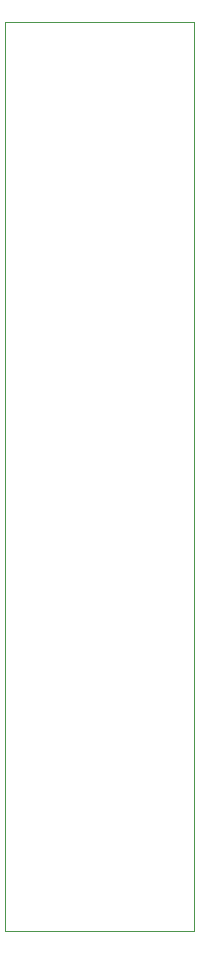
<source format=gbp>
G75*
G70*
%OFA0B0*%
%FSLAX24Y24*%
%IPPOS*%
%LPD*%
%AMOC8*
5,1,8,0,0,1.08239X$1,22.5*
%
%ADD10C,0.0000*%
D10*
X000807Y000180D02*
X000807Y030480D01*
X007107Y030480D01*
X007107Y000180D01*
X000807Y000180D01*
M02*

</source>
